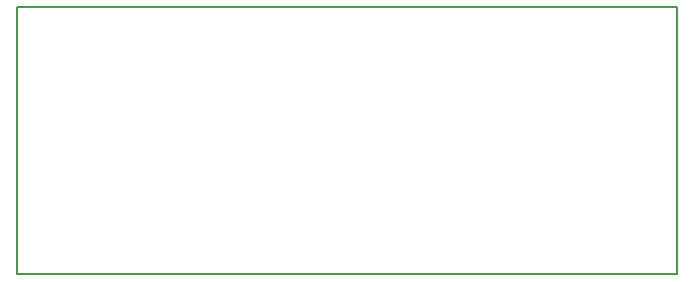
<source format=gbr>
G04 DipTrace 2.2.0.9*
%INBoardOutline.gbr*%
%MOIN*%
%ADD11C,0.006*%
%FSLAX44Y44*%
%SFA1B1*%
%OFA0B0*%
G04*
G70*
G90*
G75*
G01*
%LNBoardOutline*%
%LPD*%
X3940Y12840D2*
D11*
X25930D1*
Y3940D1*
X3940D1*
Y12840D1*
M02*

</source>
